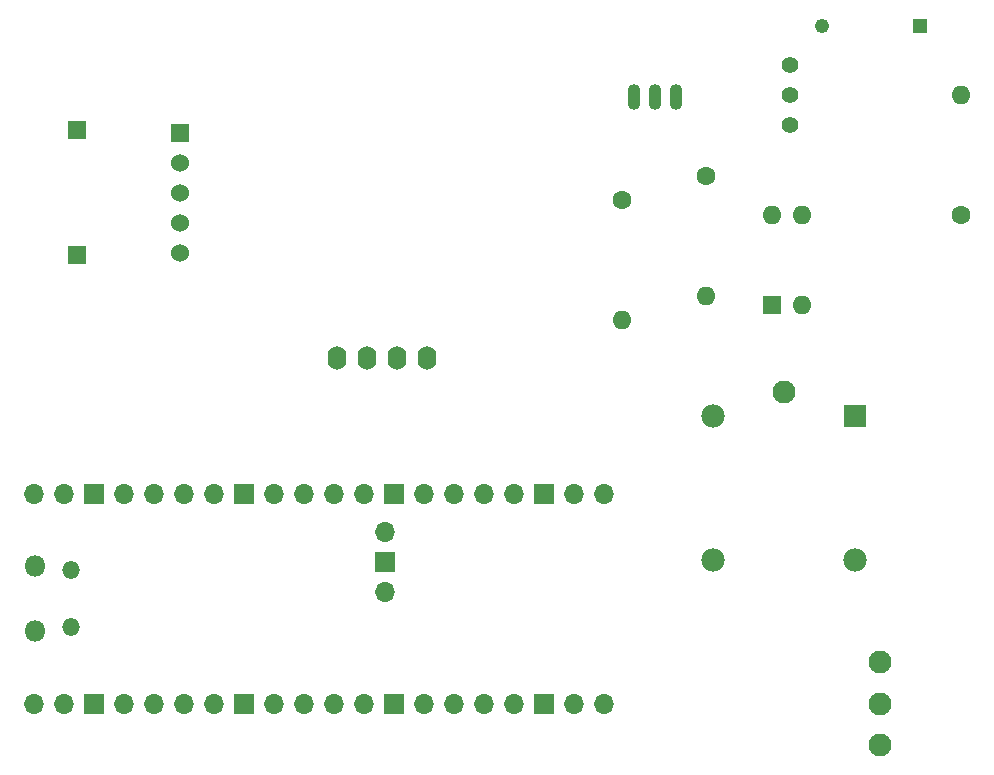
<source format=gbs>
%TF.GenerationSoftware,KiCad,Pcbnew,(6.0.11)*%
%TF.CreationDate,2023-04-01T22:46:31+02:00*%
%TF.ProjectId,thermostat,74686572-6d6f-4737-9461-742e6b696361,v01*%
%TF.SameCoordinates,Original*%
%TF.FileFunction,Soldermask,Bot*%
%TF.FilePolarity,Negative*%
%FSLAX46Y46*%
G04 Gerber Fmt 4.6, Leading zero omitted, Abs format (unit mm)*
G04 Created by KiCad (PCBNEW (6.0.11)) date 2023-04-01 22:46:31*
%MOMM*%
%LPD*%
G01*
G04 APERTURE LIST*
%ADD10O,1.600000X2.000000*%
%ADD11C,1.238000*%
%ADD12R,1.238000X1.238000*%
%ADD13C,1.422400*%
%ADD14C,1.600000*%
%ADD15O,1.600000X1.600000*%
%ADD16O,1.100000X2.200000*%
%ADD17R,1.600000X1.600000*%
%ADD18R,1.980000X1.980000*%
%ADD19C,1.980000*%
%ADD20C,1.935000*%
%ADD21R,1.524000X1.524000*%
%ADD22C,1.524000*%
%ADD23C,1.950000*%
%ADD24O,1.500000X1.500000*%
%ADD25O,1.800000X1.800000*%
%ADD26O,1.700000X1.700000*%
%ADD27R,1.700000X1.700000*%
G04 APERTURE END LIST*
D10*
%TO.C,Brd1*%
X60008000Y-55812000D03*
X57468000Y-55812000D03*
X54928000Y-55812000D03*
X52388000Y-55812000D03*
%TD*%
D11*
%TO.C,D1*%
X93390000Y-27686000D03*
D12*
X101682000Y-27686000D03*
%TD*%
D13*
%TO.C,T1*%
X90677993Y-33528000D03*
X90677993Y-30988000D03*
X90677993Y-36068000D03*
%TD*%
D14*
%TO.C,R2*%
X76454000Y-42418000D03*
D15*
X76454000Y-52578000D03*
%TD*%
D16*
%TO.C,U1*%
X77478000Y-33766000D03*
X79248000Y-33766000D03*
X81018000Y-33766000D03*
%TD*%
D17*
%TO.C,U2*%
X89149000Y-51298000D03*
D15*
X91689000Y-51298000D03*
X91689000Y-43678000D03*
X89149000Y-43678000D03*
%TD*%
D18*
%TO.C,K1*%
X96170000Y-60702000D03*
D19*
X84170000Y-60702000D03*
D20*
X90170000Y-58702000D03*
D19*
X96170000Y-72902000D03*
X84170000Y-72902000D03*
%TD*%
D21*
%TO.C,J3*%
X39076000Y-36750000D03*
D22*
X39076000Y-39290000D03*
X39076000Y-41830000D03*
X39076000Y-44370000D03*
X39076000Y-46910000D03*
D21*
X30326000Y-36530000D03*
X30326000Y-47130000D03*
%TD*%
D14*
%TO.C,R1*%
X83566000Y-40386000D03*
D15*
X83566000Y-50546000D03*
%TD*%
D14*
%TO.C,R3*%
X105156000Y-43688000D03*
D15*
X105156000Y-33528000D03*
%TD*%
D23*
%TO.C,J1*%
X98298000Y-88590000D03*
X98298000Y-85090000D03*
X98298000Y-81590000D03*
%TD*%
D24*
%TO.C,A1*%
X29830000Y-78625000D03*
D25*
X26800000Y-73475000D03*
D24*
X29830000Y-73775000D03*
D25*
X26800000Y-78925000D03*
D26*
X26670000Y-85090000D03*
X29210000Y-85090000D03*
D27*
X31750000Y-85090000D03*
D26*
X34290000Y-85090000D03*
X36830000Y-85090000D03*
X39370000Y-85090000D03*
X41910000Y-85090000D03*
D27*
X44450000Y-85090000D03*
D26*
X46990000Y-85090000D03*
X49530000Y-85090000D03*
X52070000Y-85090000D03*
X54610000Y-85090000D03*
D27*
X57150000Y-85090000D03*
D26*
X59690000Y-85090000D03*
X62230000Y-85090000D03*
X64770000Y-85090000D03*
X67310000Y-85090000D03*
D27*
X69850000Y-85090000D03*
D26*
X72390000Y-85090000D03*
X74930000Y-85090000D03*
X74930000Y-67310000D03*
X72390000Y-67310000D03*
D27*
X69850000Y-67310000D03*
D26*
X67310000Y-67310000D03*
X64770000Y-67310000D03*
X62230000Y-67310000D03*
X59690000Y-67310000D03*
D27*
X57150000Y-67310000D03*
D26*
X54610000Y-67310000D03*
X52070000Y-67310000D03*
X49530000Y-67310000D03*
X46990000Y-67310000D03*
D27*
X44450000Y-67310000D03*
D26*
X41910000Y-67310000D03*
X39370000Y-67310000D03*
X36830000Y-67310000D03*
X34290000Y-67310000D03*
D27*
X31750000Y-67310000D03*
D26*
X29210000Y-67310000D03*
X26670000Y-67310000D03*
X56400000Y-75615900D03*
D27*
X56400000Y-73075900D03*
D26*
X56400000Y-70535900D03*
%TD*%
M02*

</source>
